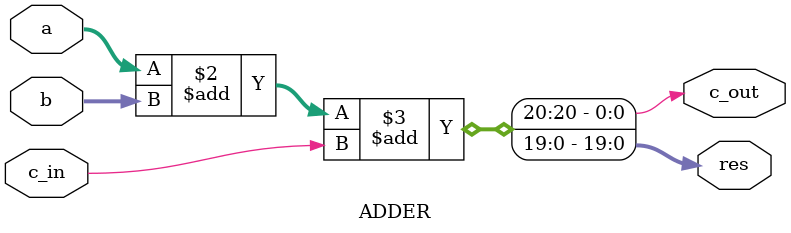
<source format=v>
module mux (
   input [19:0] a,
   input [19:0] b,
   input sel,
   output reg [19:0] c
   
);

   always @(a or b or sel) begin
      if (sel)
      // sel = 1, output b
        c = b; 
      else
      //sel = 0, output a
        c = a; 
    
   end  

endmodule

module not_word (
   input [19:0] a,
   output reg [19:0] c
   
);

   always @(a) begin
    // and operation on a,b
        c = ~a;
    
   end  

endmodule


module and_word (
   input [19:0] a,
   input [19:0] b,
   output reg [19:0] c
   
);

   always @(a or b) begin
    // and operation on a,b
        c = a & b ;
    
   end  

endmodule

module or_word (
   input [19:0] a,
   input [19:0] b,
   output reg [19:0] c
   
);

   always @(a or b) begin
    // or operation on a,b
        c = a | b ;
    
   end  

endmodule

module shift_left(
    input [19:0] a,
    input [3:0] shift_num,
    output reg [19:0] res
   
);

   always @(a or shift_num) begin
    // perform a basic shift lift 
        res = a << shift_num; 
    
   end  

endmodule

module shift_right(
    input [19:0] a,
    input [3:0] shift_num,
    output reg [19:0] res
   
);

   always @(a or shift_num) begin
    // perform a basic shift lift 
        res = a >> shift_num; 
    
   end  

endmodule


module ADDER (

    input [19:0] a,
    input [19:0] b,
    input c_in,
    output reg c_out,
    output reg [19:0] res
   
);

   always @(a or b or c_in) begin
    // add a, b, and carry in
        {c_out,res} = a + b + c_in;
    
   end  

endmodule

</source>
